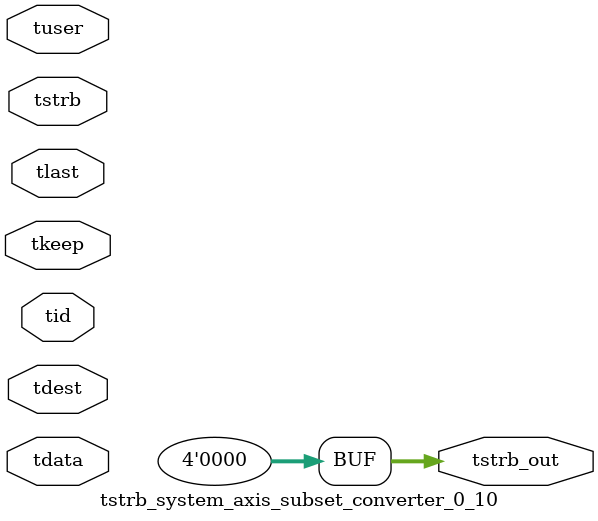
<source format=v>


`timescale 1ps/1ps

module tstrb_system_axis_subset_converter_0_10 #
(
parameter C_S_AXIS_TDATA_WIDTH = 32,
parameter C_S_AXIS_TUSER_WIDTH = 0,
parameter C_S_AXIS_TID_WIDTH   = 0,
parameter C_S_AXIS_TDEST_WIDTH = 0,
parameter C_M_AXIS_TDATA_WIDTH = 32
)
(
input  [(C_S_AXIS_TDATA_WIDTH == 0 ? 1 : C_S_AXIS_TDATA_WIDTH)-1:0     ] tdata,
input  [(C_S_AXIS_TUSER_WIDTH == 0 ? 1 : C_S_AXIS_TUSER_WIDTH)-1:0     ] tuser,
input  [(C_S_AXIS_TID_WIDTH   == 0 ? 1 : C_S_AXIS_TID_WIDTH)-1:0       ] tid,
input  [(C_S_AXIS_TDEST_WIDTH == 0 ? 1 : C_S_AXIS_TDEST_WIDTH)-1:0     ] tdest,
input  [(C_S_AXIS_TDATA_WIDTH/8)-1:0 ] tkeep,
input  [(C_S_AXIS_TDATA_WIDTH/8)-1:0 ] tstrb,
input                                                                    tlast,
output [(C_M_AXIS_TDATA_WIDTH/8)-1:0 ] tstrb_out
);

assign tstrb_out = {1'b0};

endmodule


</source>
